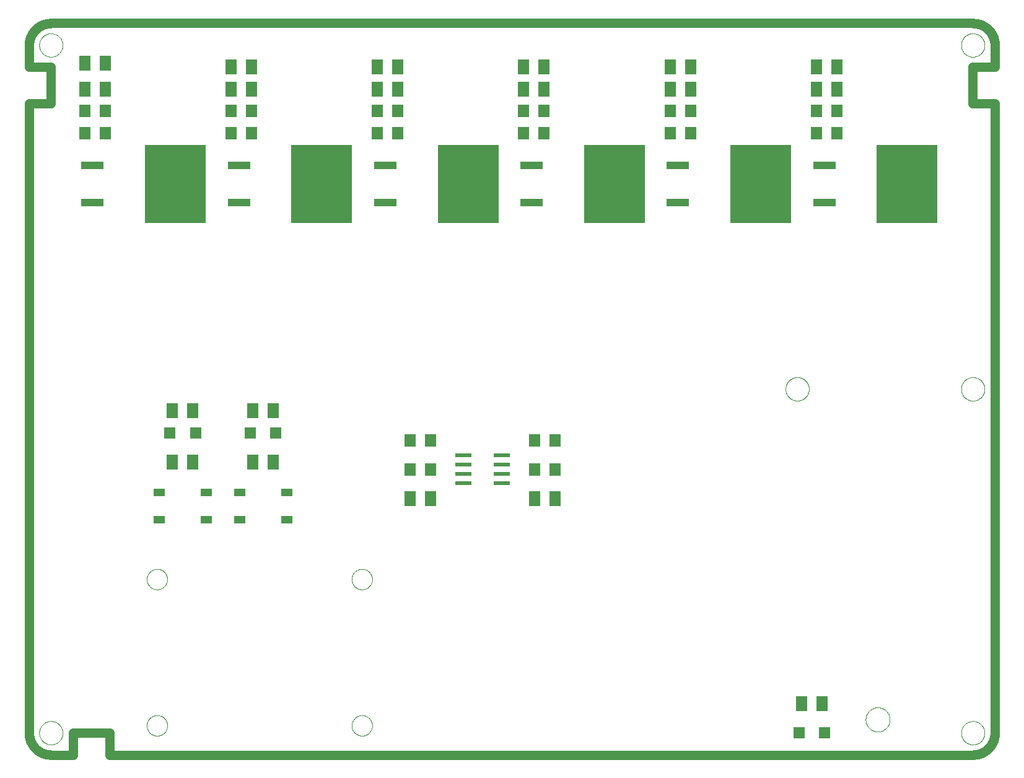
<source format=gtp>
G75*
%MOIN*%
%OFA0B0*%
%FSLAX25Y25*%
%IPPOS*%
%LPD*%
%AMOC8*
5,1,8,0,0,1.08239X$1,22.5*
%
%ADD10C,0.05000*%
%ADD11C,0.00000*%
%ADD12R,0.05906X0.05906*%
%ADD13R,0.06299X0.07874*%
%ADD14R,0.06299X0.03937*%
%ADD15R,0.32992X0.41969*%
%ADD16R,0.12008X0.04000*%
%ADD17R,0.06299X0.07087*%
%ADD18R,0.08661X0.02362*%
D10*
X0006738Y0015563D02*
X0006738Y0354146D01*
X0018549Y0354146D01*
X0018549Y0373831D01*
X0006738Y0373831D01*
X0006738Y0385642D01*
X0006741Y0385927D01*
X0006752Y0386213D01*
X0006769Y0386498D01*
X0006793Y0386782D01*
X0006824Y0387066D01*
X0006862Y0387349D01*
X0006907Y0387630D01*
X0006958Y0387911D01*
X0007016Y0388191D01*
X0007081Y0388469D01*
X0007153Y0388745D01*
X0007231Y0389019D01*
X0007316Y0389292D01*
X0007408Y0389562D01*
X0007506Y0389830D01*
X0007610Y0390096D01*
X0007721Y0390359D01*
X0007838Y0390619D01*
X0007961Y0390877D01*
X0008091Y0391131D01*
X0008227Y0391382D01*
X0008368Y0391630D01*
X0008516Y0391874D01*
X0008669Y0392115D01*
X0008829Y0392351D01*
X0008994Y0392584D01*
X0009164Y0392813D01*
X0009340Y0393038D01*
X0009522Y0393258D01*
X0009708Y0393474D01*
X0009900Y0393685D01*
X0010097Y0393892D01*
X0010299Y0394094D01*
X0010506Y0394291D01*
X0010717Y0394483D01*
X0010933Y0394669D01*
X0011153Y0394851D01*
X0011378Y0395027D01*
X0011607Y0395197D01*
X0011840Y0395362D01*
X0012076Y0395522D01*
X0012317Y0395675D01*
X0012561Y0395823D01*
X0012809Y0395964D01*
X0013060Y0396100D01*
X0013314Y0396230D01*
X0013572Y0396353D01*
X0013832Y0396470D01*
X0014095Y0396581D01*
X0014361Y0396685D01*
X0014629Y0396783D01*
X0014899Y0396875D01*
X0015172Y0396960D01*
X0015446Y0397038D01*
X0015722Y0397110D01*
X0016000Y0397175D01*
X0016280Y0397233D01*
X0016561Y0397284D01*
X0016842Y0397329D01*
X0017125Y0397367D01*
X0017409Y0397398D01*
X0017693Y0397422D01*
X0017978Y0397439D01*
X0018264Y0397450D01*
X0018549Y0397453D01*
X0514612Y0397453D01*
X0514897Y0397450D01*
X0515183Y0397439D01*
X0515468Y0397422D01*
X0515752Y0397398D01*
X0516036Y0397367D01*
X0516319Y0397329D01*
X0516600Y0397284D01*
X0516881Y0397233D01*
X0517161Y0397175D01*
X0517439Y0397110D01*
X0517715Y0397038D01*
X0517989Y0396960D01*
X0518262Y0396875D01*
X0518532Y0396783D01*
X0518800Y0396685D01*
X0519066Y0396581D01*
X0519329Y0396470D01*
X0519589Y0396353D01*
X0519847Y0396230D01*
X0520101Y0396100D01*
X0520352Y0395964D01*
X0520600Y0395823D01*
X0520844Y0395675D01*
X0521085Y0395522D01*
X0521321Y0395362D01*
X0521554Y0395197D01*
X0521783Y0395027D01*
X0522008Y0394851D01*
X0522228Y0394669D01*
X0522444Y0394483D01*
X0522655Y0394291D01*
X0522862Y0394094D01*
X0523064Y0393892D01*
X0523261Y0393685D01*
X0523453Y0393474D01*
X0523639Y0393258D01*
X0523821Y0393038D01*
X0523997Y0392813D01*
X0524167Y0392584D01*
X0524332Y0392351D01*
X0524492Y0392115D01*
X0524645Y0391874D01*
X0524793Y0391630D01*
X0524934Y0391382D01*
X0525070Y0391131D01*
X0525200Y0390877D01*
X0525323Y0390619D01*
X0525440Y0390359D01*
X0525551Y0390096D01*
X0525655Y0389830D01*
X0525753Y0389562D01*
X0525845Y0389292D01*
X0525930Y0389019D01*
X0526008Y0388745D01*
X0526080Y0388469D01*
X0526145Y0388191D01*
X0526203Y0387911D01*
X0526254Y0387630D01*
X0526299Y0387349D01*
X0526337Y0387066D01*
X0526368Y0386782D01*
X0526392Y0386498D01*
X0526409Y0386213D01*
X0526420Y0385927D01*
X0526423Y0385642D01*
X0526423Y0373831D01*
X0514612Y0373831D01*
X0514612Y0354146D01*
X0526423Y0354146D01*
X0526423Y0015563D01*
X0526420Y0015278D01*
X0526409Y0014992D01*
X0526392Y0014707D01*
X0526368Y0014423D01*
X0526337Y0014139D01*
X0526299Y0013856D01*
X0526254Y0013575D01*
X0526203Y0013294D01*
X0526145Y0013014D01*
X0526080Y0012736D01*
X0526008Y0012460D01*
X0525930Y0012186D01*
X0525845Y0011913D01*
X0525753Y0011643D01*
X0525655Y0011375D01*
X0525551Y0011109D01*
X0525440Y0010846D01*
X0525323Y0010586D01*
X0525200Y0010328D01*
X0525070Y0010074D01*
X0524934Y0009823D01*
X0524793Y0009575D01*
X0524645Y0009331D01*
X0524492Y0009090D01*
X0524332Y0008854D01*
X0524167Y0008621D01*
X0523997Y0008392D01*
X0523821Y0008167D01*
X0523639Y0007947D01*
X0523453Y0007731D01*
X0523261Y0007520D01*
X0523064Y0007313D01*
X0522862Y0007111D01*
X0522655Y0006914D01*
X0522444Y0006722D01*
X0522228Y0006536D01*
X0522008Y0006354D01*
X0521783Y0006178D01*
X0521554Y0006008D01*
X0521321Y0005843D01*
X0521085Y0005683D01*
X0520844Y0005530D01*
X0520600Y0005382D01*
X0520352Y0005241D01*
X0520101Y0005105D01*
X0519847Y0004975D01*
X0519589Y0004852D01*
X0519329Y0004735D01*
X0519066Y0004624D01*
X0518800Y0004520D01*
X0518532Y0004422D01*
X0518262Y0004330D01*
X0517989Y0004245D01*
X0517715Y0004167D01*
X0517439Y0004095D01*
X0517161Y0004030D01*
X0516881Y0003972D01*
X0516600Y0003921D01*
X0516319Y0003876D01*
X0516036Y0003838D01*
X0515752Y0003807D01*
X0515468Y0003783D01*
X0515183Y0003766D01*
X0514897Y0003755D01*
X0514612Y0003752D01*
X0050045Y0003752D01*
X0050045Y0015563D01*
X0030360Y0015563D01*
X0030360Y0003752D01*
X0018549Y0003752D01*
X0018264Y0003755D01*
X0017978Y0003766D01*
X0017693Y0003783D01*
X0017409Y0003807D01*
X0017125Y0003838D01*
X0016842Y0003876D01*
X0016561Y0003921D01*
X0016280Y0003972D01*
X0016000Y0004030D01*
X0015722Y0004095D01*
X0015446Y0004167D01*
X0015172Y0004245D01*
X0014899Y0004330D01*
X0014629Y0004422D01*
X0014361Y0004520D01*
X0014095Y0004624D01*
X0013832Y0004735D01*
X0013572Y0004852D01*
X0013314Y0004975D01*
X0013060Y0005105D01*
X0012809Y0005241D01*
X0012561Y0005382D01*
X0012317Y0005530D01*
X0012076Y0005683D01*
X0011840Y0005843D01*
X0011607Y0006008D01*
X0011378Y0006178D01*
X0011153Y0006354D01*
X0010933Y0006536D01*
X0010717Y0006722D01*
X0010506Y0006914D01*
X0010299Y0007111D01*
X0010097Y0007313D01*
X0009900Y0007520D01*
X0009708Y0007731D01*
X0009522Y0007947D01*
X0009340Y0008167D01*
X0009164Y0008392D01*
X0008994Y0008621D01*
X0008829Y0008854D01*
X0008669Y0009090D01*
X0008516Y0009331D01*
X0008368Y0009575D01*
X0008227Y0009823D01*
X0008091Y0010074D01*
X0007961Y0010328D01*
X0007838Y0010586D01*
X0007721Y0010846D01*
X0007610Y0011109D01*
X0007506Y0011375D01*
X0007408Y0011643D01*
X0007316Y0011913D01*
X0007231Y0012186D01*
X0007153Y0012460D01*
X0007081Y0012736D01*
X0007016Y0013014D01*
X0006958Y0013294D01*
X0006907Y0013575D01*
X0006862Y0013856D01*
X0006824Y0014139D01*
X0006793Y0014423D01*
X0006769Y0014707D01*
X0006752Y0014992D01*
X0006741Y0015278D01*
X0006738Y0015563D01*
D11*
X0012250Y0015563D02*
X0012252Y0015721D01*
X0012258Y0015879D01*
X0012268Y0016037D01*
X0012282Y0016195D01*
X0012300Y0016352D01*
X0012321Y0016509D01*
X0012347Y0016665D01*
X0012377Y0016821D01*
X0012410Y0016976D01*
X0012448Y0017129D01*
X0012489Y0017282D01*
X0012534Y0017434D01*
X0012583Y0017585D01*
X0012636Y0017734D01*
X0012692Y0017882D01*
X0012752Y0018028D01*
X0012816Y0018173D01*
X0012884Y0018316D01*
X0012955Y0018458D01*
X0013029Y0018598D01*
X0013107Y0018735D01*
X0013189Y0018871D01*
X0013273Y0019005D01*
X0013362Y0019136D01*
X0013453Y0019265D01*
X0013548Y0019392D01*
X0013645Y0019517D01*
X0013746Y0019639D01*
X0013850Y0019758D01*
X0013957Y0019875D01*
X0014067Y0019989D01*
X0014180Y0020100D01*
X0014295Y0020209D01*
X0014413Y0020314D01*
X0014534Y0020416D01*
X0014657Y0020516D01*
X0014783Y0020612D01*
X0014911Y0020705D01*
X0015041Y0020795D01*
X0015174Y0020881D01*
X0015309Y0020965D01*
X0015445Y0021044D01*
X0015584Y0021121D01*
X0015725Y0021193D01*
X0015867Y0021263D01*
X0016011Y0021328D01*
X0016157Y0021390D01*
X0016304Y0021448D01*
X0016453Y0021503D01*
X0016603Y0021554D01*
X0016754Y0021601D01*
X0016906Y0021644D01*
X0017059Y0021683D01*
X0017214Y0021719D01*
X0017369Y0021750D01*
X0017525Y0021778D01*
X0017681Y0021802D01*
X0017838Y0021822D01*
X0017996Y0021838D01*
X0018153Y0021850D01*
X0018312Y0021858D01*
X0018470Y0021862D01*
X0018628Y0021862D01*
X0018786Y0021858D01*
X0018945Y0021850D01*
X0019102Y0021838D01*
X0019260Y0021822D01*
X0019417Y0021802D01*
X0019573Y0021778D01*
X0019729Y0021750D01*
X0019884Y0021719D01*
X0020039Y0021683D01*
X0020192Y0021644D01*
X0020344Y0021601D01*
X0020495Y0021554D01*
X0020645Y0021503D01*
X0020794Y0021448D01*
X0020941Y0021390D01*
X0021087Y0021328D01*
X0021231Y0021263D01*
X0021373Y0021193D01*
X0021514Y0021121D01*
X0021653Y0021044D01*
X0021789Y0020965D01*
X0021924Y0020881D01*
X0022057Y0020795D01*
X0022187Y0020705D01*
X0022315Y0020612D01*
X0022441Y0020516D01*
X0022564Y0020416D01*
X0022685Y0020314D01*
X0022803Y0020209D01*
X0022918Y0020100D01*
X0023031Y0019989D01*
X0023141Y0019875D01*
X0023248Y0019758D01*
X0023352Y0019639D01*
X0023453Y0019517D01*
X0023550Y0019392D01*
X0023645Y0019265D01*
X0023736Y0019136D01*
X0023825Y0019005D01*
X0023909Y0018871D01*
X0023991Y0018735D01*
X0024069Y0018598D01*
X0024143Y0018458D01*
X0024214Y0018316D01*
X0024282Y0018173D01*
X0024346Y0018028D01*
X0024406Y0017882D01*
X0024462Y0017734D01*
X0024515Y0017585D01*
X0024564Y0017434D01*
X0024609Y0017282D01*
X0024650Y0017129D01*
X0024688Y0016976D01*
X0024721Y0016821D01*
X0024751Y0016665D01*
X0024777Y0016509D01*
X0024798Y0016352D01*
X0024816Y0016195D01*
X0024830Y0016037D01*
X0024840Y0015879D01*
X0024846Y0015721D01*
X0024848Y0015563D01*
X0024846Y0015405D01*
X0024840Y0015247D01*
X0024830Y0015089D01*
X0024816Y0014931D01*
X0024798Y0014774D01*
X0024777Y0014617D01*
X0024751Y0014461D01*
X0024721Y0014305D01*
X0024688Y0014150D01*
X0024650Y0013997D01*
X0024609Y0013844D01*
X0024564Y0013692D01*
X0024515Y0013541D01*
X0024462Y0013392D01*
X0024406Y0013244D01*
X0024346Y0013098D01*
X0024282Y0012953D01*
X0024214Y0012810D01*
X0024143Y0012668D01*
X0024069Y0012528D01*
X0023991Y0012391D01*
X0023909Y0012255D01*
X0023825Y0012121D01*
X0023736Y0011990D01*
X0023645Y0011861D01*
X0023550Y0011734D01*
X0023453Y0011609D01*
X0023352Y0011487D01*
X0023248Y0011368D01*
X0023141Y0011251D01*
X0023031Y0011137D01*
X0022918Y0011026D01*
X0022803Y0010917D01*
X0022685Y0010812D01*
X0022564Y0010710D01*
X0022441Y0010610D01*
X0022315Y0010514D01*
X0022187Y0010421D01*
X0022057Y0010331D01*
X0021924Y0010245D01*
X0021789Y0010161D01*
X0021653Y0010082D01*
X0021514Y0010005D01*
X0021373Y0009933D01*
X0021231Y0009863D01*
X0021087Y0009798D01*
X0020941Y0009736D01*
X0020794Y0009678D01*
X0020645Y0009623D01*
X0020495Y0009572D01*
X0020344Y0009525D01*
X0020192Y0009482D01*
X0020039Y0009443D01*
X0019884Y0009407D01*
X0019729Y0009376D01*
X0019573Y0009348D01*
X0019417Y0009324D01*
X0019260Y0009304D01*
X0019102Y0009288D01*
X0018945Y0009276D01*
X0018786Y0009268D01*
X0018628Y0009264D01*
X0018470Y0009264D01*
X0018312Y0009268D01*
X0018153Y0009276D01*
X0017996Y0009288D01*
X0017838Y0009304D01*
X0017681Y0009324D01*
X0017525Y0009348D01*
X0017369Y0009376D01*
X0017214Y0009407D01*
X0017059Y0009443D01*
X0016906Y0009482D01*
X0016754Y0009525D01*
X0016603Y0009572D01*
X0016453Y0009623D01*
X0016304Y0009678D01*
X0016157Y0009736D01*
X0016011Y0009798D01*
X0015867Y0009863D01*
X0015725Y0009933D01*
X0015584Y0010005D01*
X0015445Y0010082D01*
X0015309Y0010161D01*
X0015174Y0010245D01*
X0015041Y0010331D01*
X0014911Y0010421D01*
X0014783Y0010514D01*
X0014657Y0010610D01*
X0014534Y0010710D01*
X0014413Y0010812D01*
X0014295Y0010917D01*
X0014180Y0011026D01*
X0014067Y0011137D01*
X0013957Y0011251D01*
X0013850Y0011368D01*
X0013746Y0011487D01*
X0013645Y0011609D01*
X0013548Y0011734D01*
X0013453Y0011861D01*
X0013362Y0011990D01*
X0013273Y0012121D01*
X0013189Y0012255D01*
X0013107Y0012391D01*
X0013029Y0012528D01*
X0012955Y0012668D01*
X0012884Y0012810D01*
X0012816Y0012953D01*
X0012752Y0013098D01*
X0012692Y0013244D01*
X0012636Y0013392D01*
X0012583Y0013541D01*
X0012534Y0013692D01*
X0012489Y0013844D01*
X0012448Y0013997D01*
X0012410Y0014150D01*
X0012377Y0014305D01*
X0012347Y0014461D01*
X0012321Y0014617D01*
X0012300Y0014774D01*
X0012282Y0014931D01*
X0012268Y0015089D01*
X0012258Y0015247D01*
X0012252Y0015405D01*
X0012250Y0015563D01*
X0070124Y0019500D02*
X0070126Y0019648D01*
X0070132Y0019796D01*
X0070142Y0019944D01*
X0070156Y0020091D01*
X0070174Y0020238D01*
X0070195Y0020384D01*
X0070221Y0020530D01*
X0070251Y0020675D01*
X0070284Y0020819D01*
X0070322Y0020962D01*
X0070363Y0021104D01*
X0070408Y0021245D01*
X0070456Y0021385D01*
X0070509Y0021524D01*
X0070565Y0021661D01*
X0070625Y0021796D01*
X0070688Y0021930D01*
X0070755Y0022062D01*
X0070826Y0022192D01*
X0070900Y0022320D01*
X0070977Y0022446D01*
X0071058Y0022570D01*
X0071142Y0022692D01*
X0071229Y0022811D01*
X0071320Y0022928D01*
X0071414Y0023043D01*
X0071510Y0023155D01*
X0071610Y0023265D01*
X0071712Y0023371D01*
X0071818Y0023475D01*
X0071926Y0023576D01*
X0072037Y0023674D01*
X0072150Y0023770D01*
X0072266Y0023862D01*
X0072384Y0023951D01*
X0072505Y0024036D01*
X0072628Y0024119D01*
X0072753Y0024198D01*
X0072880Y0024274D01*
X0073009Y0024346D01*
X0073140Y0024415D01*
X0073273Y0024480D01*
X0073408Y0024541D01*
X0073544Y0024599D01*
X0073681Y0024654D01*
X0073820Y0024704D01*
X0073961Y0024751D01*
X0074102Y0024794D01*
X0074245Y0024834D01*
X0074389Y0024869D01*
X0074533Y0024901D01*
X0074679Y0024928D01*
X0074825Y0024952D01*
X0074972Y0024972D01*
X0075119Y0024988D01*
X0075266Y0025000D01*
X0075414Y0025008D01*
X0075562Y0025012D01*
X0075710Y0025012D01*
X0075858Y0025008D01*
X0076006Y0025000D01*
X0076153Y0024988D01*
X0076300Y0024972D01*
X0076447Y0024952D01*
X0076593Y0024928D01*
X0076739Y0024901D01*
X0076883Y0024869D01*
X0077027Y0024834D01*
X0077170Y0024794D01*
X0077311Y0024751D01*
X0077452Y0024704D01*
X0077591Y0024654D01*
X0077728Y0024599D01*
X0077864Y0024541D01*
X0077999Y0024480D01*
X0078132Y0024415D01*
X0078263Y0024346D01*
X0078392Y0024274D01*
X0078519Y0024198D01*
X0078644Y0024119D01*
X0078767Y0024036D01*
X0078888Y0023951D01*
X0079006Y0023862D01*
X0079122Y0023770D01*
X0079235Y0023674D01*
X0079346Y0023576D01*
X0079454Y0023475D01*
X0079560Y0023371D01*
X0079662Y0023265D01*
X0079762Y0023155D01*
X0079858Y0023043D01*
X0079952Y0022928D01*
X0080043Y0022811D01*
X0080130Y0022692D01*
X0080214Y0022570D01*
X0080295Y0022446D01*
X0080372Y0022320D01*
X0080446Y0022192D01*
X0080517Y0022062D01*
X0080584Y0021930D01*
X0080647Y0021796D01*
X0080707Y0021661D01*
X0080763Y0021524D01*
X0080816Y0021385D01*
X0080864Y0021245D01*
X0080909Y0021104D01*
X0080950Y0020962D01*
X0080988Y0020819D01*
X0081021Y0020675D01*
X0081051Y0020530D01*
X0081077Y0020384D01*
X0081098Y0020238D01*
X0081116Y0020091D01*
X0081130Y0019944D01*
X0081140Y0019796D01*
X0081146Y0019648D01*
X0081148Y0019500D01*
X0081146Y0019352D01*
X0081140Y0019204D01*
X0081130Y0019056D01*
X0081116Y0018909D01*
X0081098Y0018762D01*
X0081077Y0018616D01*
X0081051Y0018470D01*
X0081021Y0018325D01*
X0080988Y0018181D01*
X0080950Y0018038D01*
X0080909Y0017896D01*
X0080864Y0017755D01*
X0080816Y0017615D01*
X0080763Y0017476D01*
X0080707Y0017339D01*
X0080647Y0017204D01*
X0080584Y0017070D01*
X0080517Y0016938D01*
X0080446Y0016808D01*
X0080372Y0016680D01*
X0080295Y0016554D01*
X0080214Y0016430D01*
X0080130Y0016308D01*
X0080043Y0016189D01*
X0079952Y0016072D01*
X0079858Y0015957D01*
X0079762Y0015845D01*
X0079662Y0015735D01*
X0079560Y0015629D01*
X0079454Y0015525D01*
X0079346Y0015424D01*
X0079235Y0015326D01*
X0079122Y0015230D01*
X0079006Y0015138D01*
X0078888Y0015049D01*
X0078767Y0014964D01*
X0078644Y0014881D01*
X0078519Y0014802D01*
X0078392Y0014726D01*
X0078263Y0014654D01*
X0078132Y0014585D01*
X0077999Y0014520D01*
X0077864Y0014459D01*
X0077728Y0014401D01*
X0077591Y0014346D01*
X0077452Y0014296D01*
X0077311Y0014249D01*
X0077170Y0014206D01*
X0077027Y0014166D01*
X0076883Y0014131D01*
X0076739Y0014099D01*
X0076593Y0014072D01*
X0076447Y0014048D01*
X0076300Y0014028D01*
X0076153Y0014012D01*
X0076006Y0014000D01*
X0075858Y0013992D01*
X0075710Y0013988D01*
X0075562Y0013988D01*
X0075414Y0013992D01*
X0075266Y0014000D01*
X0075119Y0014012D01*
X0074972Y0014028D01*
X0074825Y0014048D01*
X0074679Y0014072D01*
X0074533Y0014099D01*
X0074389Y0014131D01*
X0074245Y0014166D01*
X0074102Y0014206D01*
X0073961Y0014249D01*
X0073820Y0014296D01*
X0073681Y0014346D01*
X0073544Y0014401D01*
X0073408Y0014459D01*
X0073273Y0014520D01*
X0073140Y0014585D01*
X0073009Y0014654D01*
X0072880Y0014726D01*
X0072753Y0014802D01*
X0072628Y0014881D01*
X0072505Y0014964D01*
X0072384Y0015049D01*
X0072266Y0015138D01*
X0072150Y0015230D01*
X0072037Y0015326D01*
X0071926Y0015424D01*
X0071818Y0015525D01*
X0071712Y0015629D01*
X0071610Y0015735D01*
X0071510Y0015845D01*
X0071414Y0015957D01*
X0071320Y0016072D01*
X0071229Y0016189D01*
X0071142Y0016308D01*
X0071058Y0016430D01*
X0070977Y0016554D01*
X0070900Y0016680D01*
X0070826Y0016808D01*
X0070755Y0016938D01*
X0070688Y0017070D01*
X0070625Y0017204D01*
X0070565Y0017339D01*
X0070509Y0017476D01*
X0070456Y0017615D01*
X0070408Y0017755D01*
X0070363Y0017896D01*
X0070322Y0018038D01*
X0070284Y0018181D01*
X0070251Y0018325D01*
X0070221Y0018470D01*
X0070195Y0018616D01*
X0070174Y0018762D01*
X0070156Y0018909D01*
X0070142Y0019056D01*
X0070132Y0019204D01*
X0070126Y0019352D01*
X0070124Y0019500D01*
X0070124Y0098240D02*
X0070126Y0098388D01*
X0070132Y0098536D01*
X0070142Y0098684D01*
X0070156Y0098831D01*
X0070174Y0098978D01*
X0070195Y0099124D01*
X0070221Y0099270D01*
X0070251Y0099415D01*
X0070284Y0099559D01*
X0070322Y0099702D01*
X0070363Y0099844D01*
X0070408Y0099985D01*
X0070456Y0100125D01*
X0070509Y0100264D01*
X0070565Y0100401D01*
X0070625Y0100536D01*
X0070688Y0100670D01*
X0070755Y0100802D01*
X0070826Y0100932D01*
X0070900Y0101060D01*
X0070977Y0101186D01*
X0071058Y0101310D01*
X0071142Y0101432D01*
X0071229Y0101551D01*
X0071320Y0101668D01*
X0071414Y0101783D01*
X0071510Y0101895D01*
X0071610Y0102005D01*
X0071712Y0102111D01*
X0071818Y0102215D01*
X0071926Y0102316D01*
X0072037Y0102414D01*
X0072150Y0102510D01*
X0072266Y0102602D01*
X0072384Y0102691D01*
X0072505Y0102776D01*
X0072628Y0102859D01*
X0072753Y0102938D01*
X0072880Y0103014D01*
X0073009Y0103086D01*
X0073140Y0103155D01*
X0073273Y0103220D01*
X0073408Y0103281D01*
X0073544Y0103339D01*
X0073681Y0103394D01*
X0073820Y0103444D01*
X0073961Y0103491D01*
X0074102Y0103534D01*
X0074245Y0103574D01*
X0074389Y0103609D01*
X0074533Y0103641D01*
X0074679Y0103668D01*
X0074825Y0103692D01*
X0074972Y0103712D01*
X0075119Y0103728D01*
X0075266Y0103740D01*
X0075414Y0103748D01*
X0075562Y0103752D01*
X0075710Y0103752D01*
X0075858Y0103748D01*
X0076006Y0103740D01*
X0076153Y0103728D01*
X0076300Y0103712D01*
X0076447Y0103692D01*
X0076593Y0103668D01*
X0076739Y0103641D01*
X0076883Y0103609D01*
X0077027Y0103574D01*
X0077170Y0103534D01*
X0077311Y0103491D01*
X0077452Y0103444D01*
X0077591Y0103394D01*
X0077728Y0103339D01*
X0077864Y0103281D01*
X0077999Y0103220D01*
X0078132Y0103155D01*
X0078263Y0103086D01*
X0078392Y0103014D01*
X0078519Y0102938D01*
X0078644Y0102859D01*
X0078767Y0102776D01*
X0078888Y0102691D01*
X0079006Y0102602D01*
X0079122Y0102510D01*
X0079235Y0102414D01*
X0079346Y0102316D01*
X0079454Y0102215D01*
X0079560Y0102111D01*
X0079662Y0102005D01*
X0079762Y0101895D01*
X0079858Y0101783D01*
X0079952Y0101668D01*
X0080043Y0101551D01*
X0080130Y0101432D01*
X0080214Y0101310D01*
X0080295Y0101186D01*
X0080372Y0101060D01*
X0080446Y0100932D01*
X0080517Y0100802D01*
X0080584Y0100670D01*
X0080647Y0100536D01*
X0080707Y0100401D01*
X0080763Y0100264D01*
X0080816Y0100125D01*
X0080864Y0099985D01*
X0080909Y0099844D01*
X0080950Y0099702D01*
X0080988Y0099559D01*
X0081021Y0099415D01*
X0081051Y0099270D01*
X0081077Y0099124D01*
X0081098Y0098978D01*
X0081116Y0098831D01*
X0081130Y0098684D01*
X0081140Y0098536D01*
X0081146Y0098388D01*
X0081148Y0098240D01*
X0081146Y0098092D01*
X0081140Y0097944D01*
X0081130Y0097796D01*
X0081116Y0097649D01*
X0081098Y0097502D01*
X0081077Y0097356D01*
X0081051Y0097210D01*
X0081021Y0097065D01*
X0080988Y0096921D01*
X0080950Y0096778D01*
X0080909Y0096636D01*
X0080864Y0096495D01*
X0080816Y0096355D01*
X0080763Y0096216D01*
X0080707Y0096079D01*
X0080647Y0095944D01*
X0080584Y0095810D01*
X0080517Y0095678D01*
X0080446Y0095548D01*
X0080372Y0095420D01*
X0080295Y0095294D01*
X0080214Y0095170D01*
X0080130Y0095048D01*
X0080043Y0094929D01*
X0079952Y0094812D01*
X0079858Y0094697D01*
X0079762Y0094585D01*
X0079662Y0094475D01*
X0079560Y0094369D01*
X0079454Y0094265D01*
X0079346Y0094164D01*
X0079235Y0094066D01*
X0079122Y0093970D01*
X0079006Y0093878D01*
X0078888Y0093789D01*
X0078767Y0093704D01*
X0078644Y0093621D01*
X0078519Y0093542D01*
X0078392Y0093466D01*
X0078263Y0093394D01*
X0078132Y0093325D01*
X0077999Y0093260D01*
X0077864Y0093199D01*
X0077728Y0093141D01*
X0077591Y0093086D01*
X0077452Y0093036D01*
X0077311Y0092989D01*
X0077170Y0092946D01*
X0077027Y0092906D01*
X0076883Y0092871D01*
X0076739Y0092839D01*
X0076593Y0092812D01*
X0076447Y0092788D01*
X0076300Y0092768D01*
X0076153Y0092752D01*
X0076006Y0092740D01*
X0075858Y0092732D01*
X0075710Y0092728D01*
X0075562Y0092728D01*
X0075414Y0092732D01*
X0075266Y0092740D01*
X0075119Y0092752D01*
X0074972Y0092768D01*
X0074825Y0092788D01*
X0074679Y0092812D01*
X0074533Y0092839D01*
X0074389Y0092871D01*
X0074245Y0092906D01*
X0074102Y0092946D01*
X0073961Y0092989D01*
X0073820Y0093036D01*
X0073681Y0093086D01*
X0073544Y0093141D01*
X0073408Y0093199D01*
X0073273Y0093260D01*
X0073140Y0093325D01*
X0073009Y0093394D01*
X0072880Y0093466D01*
X0072753Y0093542D01*
X0072628Y0093621D01*
X0072505Y0093704D01*
X0072384Y0093789D01*
X0072266Y0093878D01*
X0072150Y0093970D01*
X0072037Y0094066D01*
X0071926Y0094164D01*
X0071818Y0094265D01*
X0071712Y0094369D01*
X0071610Y0094475D01*
X0071510Y0094585D01*
X0071414Y0094697D01*
X0071320Y0094812D01*
X0071229Y0094929D01*
X0071142Y0095048D01*
X0071058Y0095170D01*
X0070977Y0095294D01*
X0070900Y0095420D01*
X0070826Y0095548D01*
X0070755Y0095678D01*
X0070688Y0095810D01*
X0070625Y0095944D01*
X0070565Y0096079D01*
X0070509Y0096216D01*
X0070456Y0096355D01*
X0070408Y0096495D01*
X0070363Y0096636D01*
X0070322Y0096778D01*
X0070284Y0096921D01*
X0070251Y0097065D01*
X0070221Y0097210D01*
X0070195Y0097356D01*
X0070174Y0097502D01*
X0070156Y0097649D01*
X0070142Y0097796D01*
X0070132Y0097944D01*
X0070126Y0098092D01*
X0070124Y0098240D01*
X0180360Y0098240D02*
X0180362Y0098388D01*
X0180368Y0098536D01*
X0180378Y0098684D01*
X0180392Y0098831D01*
X0180410Y0098978D01*
X0180431Y0099124D01*
X0180457Y0099270D01*
X0180487Y0099415D01*
X0180520Y0099559D01*
X0180558Y0099702D01*
X0180599Y0099844D01*
X0180644Y0099985D01*
X0180692Y0100125D01*
X0180745Y0100264D01*
X0180801Y0100401D01*
X0180861Y0100536D01*
X0180924Y0100670D01*
X0180991Y0100802D01*
X0181062Y0100932D01*
X0181136Y0101060D01*
X0181213Y0101186D01*
X0181294Y0101310D01*
X0181378Y0101432D01*
X0181465Y0101551D01*
X0181556Y0101668D01*
X0181650Y0101783D01*
X0181746Y0101895D01*
X0181846Y0102005D01*
X0181948Y0102111D01*
X0182054Y0102215D01*
X0182162Y0102316D01*
X0182273Y0102414D01*
X0182386Y0102510D01*
X0182502Y0102602D01*
X0182620Y0102691D01*
X0182741Y0102776D01*
X0182864Y0102859D01*
X0182989Y0102938D01*
X0183116Y0103014D01*
X0183245Y0103086D01*
X0183376Y0103155D01*
X0183509Y0103220D01*
X0183644Y0103281D01*
X0183780Y0103339D01*
X0183917Y0103394D01*
X0184056Y0103444D01*
X0184197Y0103491D01*
X0184338Y0103534D01*
X0184481Y0103574D01*
X0184625Y0103609D01*
X0184769Y0103641D01*
X0184915Y0103668D01*
X0185061Y0103692D01*
X0185208Y0103712D01*
X0185355Y0103728D01*
X0185502Y0103740D01*
X0185650Y0103748D01*
X0185798Y0103752D01*
X0185946Y0103752D01*
X0186094Y0103748D01*
X0186242Y0103740D01*
X0186389Y0103728D01*
X0186536Y0103712D01*
X0186683Y0103692D01*
X0186829Y0103668D01*
X0186975Y0103641D01*
X0187119Y0103609D01*
X0187263Y0103574D01*
X0187406Y0103534D01*
X0187547Y0103491D01*
X0187688Y0103444D01*
X0187827Y0103394D01*
X0187964Y0103339D01*
X0188100Y0103281D01*
X0188235Y0103220D01*
X0188368Y0103155D01*
X0188499Y0103086D01*
X0188628Y0103014D01*
X0188755Y0102938D01*
X0188880Y0102859D01*
X0189003Y0102776D01*
X0189124Y0102691D01*
X0189242Y0102602D01*
X0189358Y0102510D01*
X0189471Y0102414D01*
X0189582Y0102316D01*
X0189690Y0102215D01*
X0189796Y0102111D01*
X0189898Y0102005D01*
X0189998Y0101895D01*
X0190094Y0101783D01*
X0190188Y0101668D01*
X0190279Y0101551D01*
X0190366Y0101432D01*
X0190450Y0101310D01*
X0190531Y0101186D01*
X0190608Y0101060D01*
X0190682Y0100932D01*
X0190753Y0100802D01*
X0190820Y0100670D01*
X0190883Y0100536D01*
X0190943Y0100401D01*
X0190999Y0100264D01*
X0191052Y0100125D01*
X0191100Y0099985D01*
X0191145Y0099844D01*
X0191186Y0099702D01*
X0191224Y0099559D01*
X0191257Y0099415D01*
X0191287Y0099270D01*
X0191313Y0099124D01*
X0191334Y0098978D01*
X0191352Y0098831D01*
X0191366Y0098684D01*
X0191376Y0098536D01*
X0191382Y0098388D01*
X0191384Y0098240D01*
X0191382Y0098092D01*
X0191376Y0097944D01*
X0191366Y0097796D01*
X0191352Y0097649D01*
X0191334Y0097502D01*
X0191313Y0097356D01*
X0191287Y0097210D01*
X0191257Y0097065D01*
X0191224Y0096921D01*
X0191186Y0096778D01*
X0191145Y0096636D01*
X0191100Y0096495D01*
X0191052Y0096355D01*
X0190999Y0096216D01*
X0190943Y0096079D01*
X0190883Y0095944D01*
X0190820Y0095810D01*
X0190753Y0095678D01*
X0190682Y0095548D01*
X0190608Y0095420D01*
X0190531Y0095294D01*
X0190450Y0095170D01*
X0190366Y0095048D01*
X0190279Y0094929D01*
X0190188Y0094812D01*
X0190094Y0094697D01*
X0189998Y0094585D01*
X0189898Y0094475D01*
X0189796Y0094369D01*
X0189690Y0094265D01*
X0189582Y0094164D01*
X0189471Y0094066D01*
X0189358Y0093970D01*
X0189242Y0093878D01*
X0189124Y0093789D01*
X0189003Y0093704D01*
X0188880Y0093621D01*
X0188755Y0093542D01*
X0188628Y0093466D01*
X0188499Y0093394D01*
X0188368Y0093325D01*
X0188235Y0093260D01*
X0188100Y0093199D01*
X0187964Y0093141D01*
X0187827Y0093086D01*
X0187688Y0093036D01*
X0187547Y0092989D01*
X0187406Y0092946D01*
X0187263Y0092906D01*
X0187119Y0092871D01*
X0186975Y0092839D01*
X0186829Y0092812D01*
X0186683Y0092788D01*
X0186536Y0092768D01*
X0186389Y0092752D01*
X0186242Y0092740D01*
X0186094Y0092732D01*
X0185946Y0092728D01*
X0185798Y0092728D01*
X0185650Y0092732D01*
X0185502Y0092740D01*
X0185355Y0092752D01*
X0185208Y0092768D01*
X0185061Y0092788D01*
X0184915Y0092812D01*
X0184769Y0092839D01*
X0184625Y0092871D01*
X0184481Y0092906D01*
X0184338Y0092946D01*
X0184197Y0092989D01*
X0184056Y0093036D01*
X0183917Y0093086D01*
X0183780Y0093141D01*
X0183644Y0093199D01*
X0183509Y0093260D01*
X0183376Y0093325D01*
X0183245Y0093394D01*
X0183116Y0093466D01*
X0182989Y0093542D01*
X0182864Y0093621D01*
X0182741Y0093704D01*
X0182620Y0093789D01*
X0182502Y0093878D01*
X0182386Y0093970D01*
X0182273Y0094066D01*
X0182162Y0094164D01*
X0182054Y0094265D01*
X0181948Y0094369D01*
X0181846Y0094475D01*
X0181746Y0094585D01*
X0181650Y0094697D01*
X0181556Y0094812D01*
X0181465Y0094929D01*
X0181378Y0095048D01*
X0181294Y0095170D01*
X0181213Y0095294D01*
X0181136Y0095420D01*
X0181062Y0095548D01*
X0180991Y0095678D01*
X0180924Y0095810D01*
X0180861Y0095944D01*
X0180801Y0096079D01*
X0180745Y0096216D01*
X0180692Y0096355D01*
X0180644Y0096495D01*
X0180599Y0096636D01*
X0180558Y0096778D01*
X0180520Y0096921D01*
X0180487Y0097065D01*
X0180457Y0097210D01*
X0180431Y0097356D01*
X0180410Y0097502D01*
X0180392Y0097649D01*
X0180378Y0097796D01*
X0180368Y0097944D01*
X0180362Y0098092D01*
X0180360Y0098240D01*
X0180360Y0019500D02*
X0180362Y0019648D01*
X0180368Y0019796D01*
X0180378Y0019944D01*
X0180392Y0020091D01*
X0180410Y0020238D01*
X0180431Y0020384D01*
X0180457Y0020530D01*
X0180487Y0020675D01*
X0180520Y0020819D01*
X0180558Y0020962D01*
X0180599Y0021104D01*
X0180644Y0021245D01*
X0180692Y0021385D01*
X0180745Y0021524D01*
X0180801Y0021661D01*
X0180861Y0021796D01*
X0180924Y0021930D01*
X0180991Y0022062D01*
X0181062Y0022192D01*
X0181136Y0022320D01*
X0181213Y0022446D01*
X0181294Y0022570D01*
X0181378Y0022692D01*
X0181465Y0022811D01*
X0181556Y0022928D01*
X0181650Y0023043D01*
X0181746Y0023155D01*
X0181846Y0023265D01*
X0181948Y0023371D01*
X0182054Y0023475D01*
X0182162Y0023576D01*
X0182273Y0023674D01*
X0182386Y0023770D01*
X0182502Y0023862D01*
X0182620Y0023951D01*
X0182741Y0024036D01*
X0182864Y0024119D01*
X0182989Y0024198D01*
X0183116Y0024274D01*
X0183245Y0024346D01*
X0183376Y0024415D01*
X0183509Y0024480D01*
X0183644Y0024541D01*
X0183780Y0024599D01*
X0183917Y0024654D01*
X0184056Y0024704D01*
X0184197Y0024751D01*
X0184338Y0024794D01*
X0184481Y0024834D01*
X0184625Y0024869D01*
X0184769Y0024901D01*
X0184915Y0024928D01*
X0185061Y0024952D01*
X0185208Y0024972D01*
X0185355Y0024988D01*
X0185502Y0025000D01*
X0185650Y0025008D01*
X0185798Y0025012D01*
X0185946Y0025012D01*
X0186094Y0025008D01*
X0186242Y0025000D01*
X0186389Y0024988D01*
X0186536Y0024972D01*
X0186683Y0024952D01*
X0186829Y0024928D01*
X0186975Y0024901D01*
X0187119Y0024869D01*
X0187263Y0024834D01*
X0187406Y0024794D01*
X0187547Y0024751D01*
X0187688Y0024704D01*
X0187827Y0024654D01*
X0187964Y0024599D01*
X0188100Y0024541D01*
X0188235Y0024480D01*
X0188368Y0024415D01*
X0188499Y0024346D01*
X0188628Y0024274D01*
X0188755Y0024198D01*
X0188880Y0024119D01*
X0189003Y0024036D01*
X0189124Y0023951D01*
X0189242Y0023862D01*
X0189358Y0023770D01*
X0189471Y0023674D01*
X0189582Y0023576D01*
X0189690Y0023475D01*
X0189796Y0023371D01*
X0189898Y0023265D01*
X0189998Y0023155D01*
X0190094Y0023043D01*
X0190188Y0022928D01*
X0190279Y0022811D01*
X0190366Y0022692D01*
X0190450Y0022570D01*
X0190531Y0022446D01*
X0190608Y0022320D01*
X0190682Y0022192D01*
X0190753Y0022062D01*
X0190820Y0021930D01*
X0190883Y0021796D01*
X0190943Y0021661D01*
X0190999Y0021524D01*
X0191052Y0021385D01*
X0191100Y0021245D01*
X0191145Y0021104D01*
X0191186Y0020962D01*
X0191224Y0020819D01*
X0191257Y0020675D01*
X0191287Y0020530D01*
X0191313Y0020384D01*
X0191334Y0020238D01*
X0191352Y0020091D01*
X0191366Y0019944D01*
X0191376Y0019796D01*
X0191382Y0019648D01*
X0191384Y0019500D01*
X0191382Y0019352D01*
X0191376Y0019204D01*
X0191366Y0019056D01*
X0191352Y0018909D01*
X0191334Y0018762D01*
X0191313Y0018616D01*
X0191287Y0018470D01*
X0191257Y0018325D01*
X0191224Y0018181D01*
X0191186Y0018038D01*
X0191145Y0017896D01*
X0191100Y0017755D01*
X0191052Y0017615D01*
X0190999Y0017476D01*
X0190943Y0017339D01*
X0190883Y0017204D01*
X0190820Y0017070D01*
X0190753Y0016938D01*
X0190682Y0016808D01*
X0190608Y0016680D01*
X0190531Y0016554D01*
X0190450Y0016430D01*
X0190366Y0016308D01*
X0190279Y0016189D01*
X0190188Y0016072D01*
X0190094Y0015957D01*
X0189998Y0015845D01*
X0189898Y0015735D01*
X0189796Y0015629D01*
X0189690Y0015525D01*
X0189582Y0015424D01*
X0189471Y0015326D01*
X0189358Y0015230D01*
X0189242Y0015138D01*
X0189124Y0015049D01*
X0189003Y0014964D01*
X0188880Y0014881D01*
X0188755Y0014802D01*
X0188628Y0014726D01*
X0188499Y0014654D01*
X0188368Y0014585D01*
X0188235Y0014520D01*
X0188100Y0014459D01*
X0187964Y0014401D01*
X0187827Y0014346D01*
X0187688Y0014296D01*
X0187547Y0014249D01*
X0187406Y0014206D01*
X0187263Y0014166D01*
X0187119Y0014131D01*
X0186975Y0014099D01*
X0186829Y0014072D01*
X0186683Y0014048D01*
X0186536Y0014028D01*
X0186389Y0014012D01*
X0186242Y0014000D01*
X0186094Y0013992D01*
X0185946Y0013988D01*
X0185798Y0013988D01*
X0185650Y0013992D01*
X0185502Y0014000D01*
X0185355Y0014012D01*
X0185208Y0014028D01*
X0185061Y0014048D01*
X0184915Y0014072D01*
X0184769Y0014099D01*
X0184625Y0014131D01*
X0184481Y0014166D01*
X0184338Y0014206D01*
X0184197Y0014249D01*
X0184056Y0014296D01*
X0183917Y0014346D01*
X0183780Y0014401D01*
X0183644Y0014459D01*
X0183509Y0014520D01*
X0183376Y0014585D01*
X0183245Y0014654D01*
X0183116Y0014726D01*
X0182989Y0014802D01*
X0182864Y0014881D01*
X0182741Y0014964D01*
X0182620Y0015049D01*
X0182502Y0015138D01*
X0182386Y0015230D01*
X0182273Y0015326D01*
X0182162Y0015424D01*
X0182054Y0015525D01*
X0181948Y0015629D01*
X0181846Y0015735D01*
X0181746Y0015845D01*
X0181650Y0015957D01*
X0181556Y0016072D01*
X0181465Y0016189D01*
X0181378Y0016308D01*
X0181294Y0016430D01*
X0181213Y0016554D01*
X0181136Y0016680D01*
X0181062Y0016808D01*
X0180991Y0016938D01*
X0180924Y0017070D01*
X0180861Y0017204D01*
X0180801Y0017339D01*
X0180745Y0017476D01*
X0180692Y0017615D01*
X0180644Y0017755D01*
X0180599Y0017896D01*
X0180558Y0018038D01*
X0180520Y0018181D01*
X0180487Y0018325D01*
X0180457Y0018470D01*
X0180431Y0018616D01*
X0180410Y0018762D01*
X0180392Y0018909D01*
X0180378Y0019056D01*
X0180368Y0019204D01*
X0180362Y0019352D01*
X0180360Y0019500D01*
X0413825Y0200602D02*
X0413827Y0200760D01*
X0413833Y0200918D01*
X0413843Y0201076D01*
X0413857Y0201234D01*
X0413875Y0201391D01*
X0413896Y0201548D01*
X0413922Y0201704D01*
X0413952Y0201860D01*
X0413985Y0202015D01*
X0414023Y0202168D01*
X0414064Y0202321D01*
X0414109Y0202473D01*
X0414158Y0202624D01*
X0414211Y0202773D01*
X0414267Y0202921D01*
X0414327Y0203067D01*
X0414391Y0203212D01*
X0414459Y0203355D01*
X0414530Y0203497D01*
X0414604Y0203637D01*
X0414682Y0203774D01*
X0414764Y0203910D01*
X0414848Y0204044D01*
X0414937Y0204175D01*
X0415028Y0204304D01*
X0415123Y0204431D01*
X0415220Y0204556D01*
X0415321Y0204678D01*
X0415425Y0204797D01*
X0415532Y0204914D01*
X0415642Y0205028D01*
X0415755Y0205139D01*
X0415870Y0205248D01*
X0415988Y0205353D01*
X0416109Y0205455D01*
X0416232Y0205555D01*
X0416358Y0205651D01*
X0416486Y0205744D01*
X0416616Y0205834D01*
X0416749Y0205920D01*
X0416884Y0206004D01*
X0417020Y0206083D01*
X0417159Y0206160D01*
X0417300Y0206232D01*
X0417442Y0206302D01*
X0417586Y0206367D01*
X0417732Y0206429D01*
X0417879Y0206487D01*
X0418028Y0206542D01*
X0418178Y0206593D01*
X0418329Y0206640D01*
X0418481Y0206683D01*
X0418634Y0206722D01*
X0418789Y0206758D01*
X0418944Y0206789D01*
X0419100Y0206817D01*
X0419256Y0206841D01*
X0419413Y0206861D01*
X0419571Y0206877D01*
X0419728Y0206889D01*
X0419887Y0206897D01*
X0420045Y0206901D01*
X0420203Y0206901D01*
X0420361Y0206897D01*
X0420520Y0206889D01*
X0420677Y0206877D01*
X0420835Y0206861D01*
X0420992Y0206841D01*
X0421148Y0206817D01*
X0421304Y0206789D01*
X0421459Y0206758D01*
X0421614Y0206722D01*
X0421767Y0206683D01*
X0421919Y0206640D01*
X0422070Y0206593D01*
X0422220Y0206542D01*
X0422369Y0206487D01*
X0422516Y0206429D01*
X0422662Y0206367D01*
X0422806Y0206302D01*
X0422948Y0206232D01*
X0423089Y0206160D01*
X0423228Y0206083D01*
X0423364Y0206004D01*
X0423499Y0205920D01*
X0423632Y0205834D01*
X0423762Y0205744D01*
X0423890Y0205651D01*
X0424016Y0205555D01*
X0424139Y0205455D01*
X0424260Y0205353D01*
X0424378Y0205248D01*
X0424493Y0205139D01*
X0424606Y0205028D01*
X0424716Y0204914D01*
X0424823Y0204797D01*
X0424927Y0204678D01*
X0425028Y0204556D01*
X0425125Y0204431D01*
X0425220Y0204304D01*
X0425311Y0204175D01*
X0425400Y0204044D01*
X0425484Y0203910D01*
X0425566Y0203774D01*
X0425644Y0203637D01*
X0425718Y0203497D01*
X0425789Y0203355D01*
X0425857Y0203212D01*
X0425921Y0203067D01*
X0425981Y0202921D01*
X0426037Y0202773D01*
X0426090Y0202624D01*
X0426139Y0202473D01*
X0426184Y0202321D01*
X0426225Y0202168D01*
X0426263Y0202015D01*
X0426296Y0201860D01*
X0426326Y0201704D01*
X0426352Y0201548D01*
X0426373Y0201391D01*
X0426391Y0201234D01*
X0426405Y0201076D01*
X0426415Y0200918D01*
X0426421Y0200760D01*
X0426423Y0200602D01*
X0426421Y0200444D01*
X0426415Y0200286D01*
X0426405Y0200128D01*
X0426391Y0199970D01*
X0426373Y0199813D01*
X0426352Y0199656D01*
X0426326Y0199500D01*
X0426296Y0199344D01*
X0426263Y0199189D01*
X0426225Y0199036D01*
X0426184Y0198883D01*
X0426139Y0198731D01*
X0426090Y0198580D01*
X0426037Y0198431D01*
X0425981Y0198283D01*
X0425921Y0198137D01*
X0425857Y0197992D01*
X0425789Y0197849D01*
X0425718Y0197707D01*
X0425644Y0197567D01*
X0425566Y0197430D01*
X0425484Y0197294D01*
X0425400Y0197160D01*
X0425311Y0197029D01*
X0425220Y0196900D01*
X0425125Y0196773D01*
X0425028Y0196648D01*
X0424927Y0196526D01*
X0424823Y0196407D01*
X0424716Y0196290D01*
X0424606Y0196176D01*
X0424493Y0196065D01*
X0424378Y0195956D01*
X0424260Y0195851D01*
X0424139Y0195749D01*
X0424016Y0195649D01*
X0423890Y0195553D01*
X0423762Y0195460D01*
X0423632Y0195370D01*
X0423499Y0195284D01*
X0423364Y0195200D01*
X0423228Y0195121D01*
X0423089Y0195044D01*
X0422948Y0194972D01*
X0422806Y0194902D01*
X0422662Y0194837D01*
X0422516Y0194775D01*
X0422369Y0194717D01*
X0422220Y0194662D01*
X0422070Y0194611D01*
X0421919Y0194564D01*
X0421767Y0194521D01*
X0421614Y0194482D01*
X0421459Y0194446D01*
X0421304Y0194415D01*
X0421148Y0194387D01*
X0420992Y0194363D01*
X0420835Y0194343D01*
X0420677Y0194327D01*
X0420520Y0194315D01*
X0420361Y0194307D01*
X0420203Y0194303D01*
X0420045Y0194303D01*
X0419887Y0194307D01*
X0419728Y0194315D01*
X0419571Y0194327D01*
X0419413Y0194343D01*
X0419256Y0194363D01*
X0419100Y0194387D01*
X0418944Y0194415D01*
X0418789Y0194446D01*
X0418634Y0194482D01*
X0418481Y0194521D01*
X0418329Y0194564D01*
X0418178Y0194611D01*
X0418028Y0194662D01*
X0417879Y0194717D01*
X0417732Y0194775D01*
X0417586Y0194837D01*
X0417442Y0194902D01*
X0417300Y0194972D01*
X0417159Y0195044D01*
X0417020Y0195121D01*
X0416884Y0195200D01*
X0416749Y0195284D01*
X0416616Y0195370D01*
X0416486Y0195460D01*
X0416358Y0195553D01*
X0416232Y0195649D01*
X0416109Y0195749D01*
X0415988Y0195851D01*
X0415870Y0195956D01*
X0415755Y0196065D01*
X0415642Y0196176D01*
X0415532Y0196290D01*
X0415425Y0196407D01*
X0415321Y0196526D01*
X0415220Y0196648D01*
X0415123Y0196773D01*
X0415028Y0196900D01*
X0414937Y0197029D01*
X0414848Y0197160D01*
X0414764Y0197294D01*
X0414682Y0197430D01*
X0414604Y0197567D01*
X0414530Y0197707D01*
X0414459Y0197849D01*
X0414391Y0197992D01*
X0414327Y0198137D01*
X0414267Y0198283D01*
X0414211Y0198431D01*
X0414158Y0198580D01*
X0414109Y0198731D01*
X0414064Y0198883D01*
X0414023Y0199036D01*
X0413985Y0199189D01*
X0413952Y0199344D01*
X0413922Y0199500D01*
X0413896Y0199656D01*
X0413875Y0199813D01*
X0413857Y0199970D01*
X0413843Y0200128D01*
X0413833Y0200286D01*
X0413827Y0200444D01*
X0413825Y0200602D01*
X0508313Y0200602D02*
X0508315Y0200760D01*
X0508321Y0200918D01*
X0508331Y0201076D01*
X0508345Y0201234D01*
X0508363Y0201391D01*
X0508384Y0201548D01*
X0508410Y0201704D01*
X0508440Y0201860D01*
X0508473Y0202015D01*
X0508511Y0202168D01*
X0508552Y0202321D01*
X0508597Y0202473D01*
X0508646Y0202624D01*
X0508699Y0202773D01*
X0508755Y0202921D01*
X0508815Y0203067D01*
X0508879Y0203212D01*
X0508947Y0203355D01*
X0509018Y0203497D01*
X0509092Y0203637D01*
X0509170Y0203774D01*
X0509252Y0203910D01*
X0509336Y0204044D01*
X0509425Y0204175D01*
X0509516Y0204304D01*
X0509611Y0204431D01*
X0509708Y0204556D01*
X0509809Y0204678D01*
X0509913Y0204797D01*
X0510020Y0204914D01*
X0510130Y0205028D01*
X0510243Y0205139D01*
X0510358Y0205248D01*
X0510476Y0205353D01*
X0510597Y0205455D01*
X0510720Y0205555D01*
X0510846Y0205651D01*
X0510974Y0205744D01*
X0511104Y0205834D01*
X0511237Y0205920D01*
X0511372Y0206004D01*
X0511508Y0206083D01*
X0511647Y0206160D01*
X0511788Y0206232D01*
X0511930Y0206302D01*
X0512074Y0206367D01*
X0512220Y0206429D01*
X0512367Y0206487D01*
X0512516Y0206542D01*
X0512666Y0206593D01*
X0512817Y0206640D01*
X0512969Y0206683D01*
X0513122Y0206722D01*
X0513277Y0206758D01*
X0513432Y0206789D01*
X0513588Y0206817D01*
X0513744Y0206841D01*
X0513901Y0206861D01*
X0514059Y0206877D01*
X0514216Y0206889D01*
X0514375Y0206897D01*
X0514533Y0206901D01*
X0514691Y0206901D01*
X0514849Y0206897D01*
X0515008Y0206889D01*
X0515165Y0206877D01*
X0515323Y0206861D01*
X0515480Y0206841D01*
X0515636Y0206817D01*
X0515792Y0206789D01*
X0515947Y0206758D01*
X0516102Y0206722D01*
X0516255Y0206683D01*
X0516407Y0206640D01*
X0516558Y0206593D01*
X0516708Y0206542D01*
X0516857Y0206487D01*
X0517004Y0206429D01*
X0517150Y0206367D01*
X0517294Y0206302D01*
X0517436Y0206232D01*
X0517577Y0206160D01*
X0517716Y0206083D01*
X0517852Y0206004D01*
X0517987Y0205920D01*
X0518120Y0205834D01*
X0518250Y0205744D01*
X0518378Y0205651D01*
X0518504Y0205555D01*
X0518627Y0205455D01*
X0518748Y0205353D01*
X0518866Y0205248D01*
X0518981Y0205139D01*
X0519094Y0205028D01*
X0519204Y0204914D01*
X0519311Y0204797D01*
X0519415Y0204678D01*
X0519516Y0204556D01*
X0519613Y0204431D01*
X0519708Y0204304D01*
X0519799Y0204175D01*
X0519888Y0204044D01*
X0519972Y0203910D01*
X0520054Y0203774D01*
X0520132Y0203637D01*
X0520206Y0203497D01*
X0520277Y0203355D01*
X0520345Y0203212D01*
X0520409Y0203067D01*
X0520469Y0202921D01*
X0520525Y0202773D01*
X0520578Y0202624D01*
X0520627Y0202473D01*
X0520672Y0202321D01*
X0520713Y0202168D01*
X0520751Y0202015D01*
X0520784Y0201860D01*
X0520814Y0201704D01*
X0520840Y0201548D01*
X0520861Y0201391D01*
X0520879Y0201234D01*
X0520893Y0201076D01*
X0520903Y0200918D01*
X0520909Y0200760D01*
X0520911Y0200602D01*
X0520909Y0200444D01*
X0520903Y0200286D01*
X0520893Y0200128D01*
X0520879Y0199970D01*
X0520861Y0199813D01*
X0520840Y0199656D01*
X0520814Y0199500D01*
X0520784Y0199344D01*
X0520751Y0199189D01*
X0520713Y0199036D01*
X0520672Y0198883D01*
X0520627Y0198731D01*
X0520578Y0198580D01*
X0520525Y0198431D01*
X0520469Y0198283D01*
X0520409Y0198137D01*
X0520345Y0197992D01*
X0520277Y0197849D01*
X0520206Y0197707D01*
X0520132Y0197567D01*
X0520054Y0197430D01*
X0519972Y0197294D01*
X0519888Y0197160D01*
X0519799Y0197029D01*
X0519708Y0196900D01*
X0519613Y0196773D01*
X0519516Y0196648D01*
X0519415Y0196526D01*
X0519311Y0196407D01*
X0519204Y0196290D01*
X0519094Y0196176D01*
X0518981Y0196065D01*
X0518866Y0195956D01*
X0518748Y0195851D01*
X0518627Y0195749D01*
X0518504Y0195649D01*
X0518378Y0195553D01*
X0518250Y0195460D01*
X0518120Y0195370D01*
X0517987Y0195284D01*
X0517852Y0195200D01*
X0517716Y0195121D01*
X0517577Y0195044D01*
X0517436Y0194972D01*
X0517294Y0194902D01*
X0517150Y0194837D01*
X0517004Y0194775D01*
X0516857Y0194717D01*
X0516708Y0194662D01*
X0516558Y0194611D01*
X0516407Y0194564D01*
X0516255Y0194521D01*
X0516102Y0194482D01*
X0515947Y0194446D01*
X0515792Y0194415D01*
X0515636Y0194387D01*
X0515480Y0194363D01*
X0515323Y0194343D01*
X0515165Y0194327D01*
X0515008Y0194315D01*
X0514849Y0194307D01*
X0514691Y0194303D01*
X0514533Y0194303D01*
X0514375Y0194307D01*
X0514216Y0194315D01*
X0514059Y0194327D01*
X0513901Y0194343D01*
X0513744Y0194363D01*
X0513588Y0194387D01*
X0513432Y0194415D01*
X0513277Y0194446D01*
X0513122Y0194482D01*
X0512969Y0194521D01*
X0512817Y0194564D01*
X0512666Y0194611D01*
X0512516Y0194662D01*
X0512367Y0194717D01*
X0512220Y0194775D01*
X0512074Y0194837D01*
X0511930Y0194902D01*
X0511788Y0194972D01*
X0511647Y0195044D01*
X0511508Y0195121D01*
X0511372Y0195200D01*
X0511237Y0195284D01*
X0511104Y0195370D01*
X0510974Y0195460D01*
X0510846Y0195553D01*
X0510720Y0195649D01*
X0510597Y0195749D01*
X0510476Y0195851D01*
X0510358Y0195956D01*
X0510243Y0196065D01*
X0510130Y0196176D01*
X0510020Y0196290D01*
X0509913Y0196407D01*
X0509809Y0196526D01*
X0509708Y0196648D01*
X0509611Y0196773D01*
X0509516Y0196900D01*
X0509425Y0197029D01*
X0509336Y0197160D01*
X0509252Y0197294D01*
X0509170Y0197430D01*
X0509092Y0197567D01*
X0509018Y0197707D01*
X0508947Y0197849D01*
X0508879Y0197992D01*
X0508815Y0198137D01*
X0508755Y0198283D01*
X0508699Y0198431D01*
X0508646Y0198580D01*
X0508597Y0198731D01*
X0508552Y0198883D01*
X0508511Y0199036D01*
X0508473Y0199189D01*
X0508440Y0199344D01*
X0508410Y0199500D01*
X0508384Y0199656D01*
X0508363Y0199813D01*
X0508345Y0199970D01*
X0508331Y0200128D01*
X0508321Y0200286D01*
X0508315Y0200444D01*
X0508313Y0200602D01*
X0456931Y0022744D02*
X0456933Y0022905D01*
X0456939Y0023065D01*
X0456949Y0023226D01*
X0456963Y0023386D01*
X0456981Y0023546D01*
X0457002Y0023705D01*
X0457028Y0023864D01*
X0457058Y0024022D01*
X0457091Y0024179D01*
X0457129Y0024336D01*
X0457170Y0024491D01*
X0457215Y0024645D01*
X0457264Y0024798D01*
X0457317Y0024950D01*
X0457373Y0025101D01*
X0457434Y0025250D01*
X0457497Y0025398D01*
X0457565Y0025544D01*
X0457636Y0025688D01*
X0457710Y0025830D01*
X0457788Y0025971D01*
X0457870Y0026109D01*
X0457955Y0026246D01*
X0458043Y0026380D01*
X0458135Y0026512D01*
X0458230Y0026642D01*
X0458328Y0026770D01*
X0458429Y0026895D01*
X0458533Y0027017D01*
X0458640Y0027137D01*
X0458750Y0027254D01*
X0458863Y0027369D01*
X0458979Y0027480D01*
X0459098Y0027589D01*
X0459219Y0027694D01*
X0459343Y0027797D01*
X0459469Y0027897D01*
X0459597Y0027993D01*
X0459728Y0028086D01*
X0459862Y0028176D01*
X0459997Y0028263D01*
X0460135Y0028346D01*
X0460274Y0028426D01*
X0460416Y0028502D01*
X0460559Y0028575D01*
X0460704Y0028644D01*
X0460851Y0028710D01*
X0460999Y0028772D01*
X0461149Y0028830D01*
X0461300Y0028885D01*
X0461453Y0028936D01*
X0461607Y0028983D01*
X0461762Y0029026D01*
X0461918Y0029065D01*
X0462074Y0029101D01*
X0462232Y0029132D01*
X0462390Y0029160D01*
X0462549Y0029184D01*
X0462709Y0029204D01*
X0462869Y0029220D01*
X0463029Y0029232D01*
X0463190Y0029240D01*
X0463351Y0029244D01*
X0463511Y0029244D01*
X0463672Y0029240D01*
X0463833Y0029232D01*
X0463993Y0029220D01*
X0464153Y0029204D01*
X0464313Y0029184D01*
X0464472Y0029160D01*
X0464630Y0029132D01*
X0464788Y0029101D01*
X0464944Y0029065D01*
X0465100Y0029026D01*
X0465255Y0028983D01*
X0465409Y0028936D01*
X0465562Y0028885D01*
X0465713Y0028830D01*
X0465863Y0028772D01*
X0466011Y0028710D01*
X0466158Y0028644D01*
X0466303Y0028575D01*
X0466446Y0028502D01*
X0466588Y0028426D01*
X0466727Y0028346D01*
X0466865Y0028263D01*
X0467000Y0028176D01*
X0467134Y0028086D01*
X0467265Y0027993D01*
X0467393Y0027897D01*
X0467519Y0027797D01*
X0467643Y0027694D01*
X0467764Y0027589D01*
X0467883Y0027480D01*
X0467999Y0027369D01*
X0468112Y0027254D01*
X0468222Y0027137D01*
X0468329Y0027017D01*
X0468433Y0026895D01*
X0468534Y0026770D01*
X0468632Y0026642D01*
X0468727Y0026512D01*
X0468819Y0026380D01*
X0468907Y0026246D01*
X0468992Y0026109D01*
X0469074Y0025971D01*
X0469152Y0025830D01*
X0469226Y0025688D01*
X0469297Y0025544D01*
X0469365Y0025398D01*
X0469428Y0025250D01*
X0469489Y0025101D01*
X0469545Y0024950D01*
X0469598Y0024798D01*
X0469647Y0024645D01*
X0469692Y0024491D01*
X0469733Y0024336D01*
X0469771Y0024179D01*
X0469804Y0024022D01*
X0469834Y0023864D01*
X0469860Y0023705D01*
X0469881Y0023546D01*
X0469899Y0023386D01*
X0469913Y0023226D01*
X0469923Y0023065D01*
X0469929Y0022905D01*
X0469931Y0022744D01*
X0469929Y0022583D01*
X0469923Y0022423D01*
X0469913Y0022262D01*
X0469899Y0022102D01*
X0469881Y0021942D01*
X0469860Y0021783D01*
X0469834Y0021624D01*
X0469804Y0021466D01*
X0469771Y0021309D01*
X0469733Y0021152D01*
X0469692Y0020997D01*
X0469647Y0020843D01*
X0469598Y0020690D01*
X0469545Y0020538D01*
X0469489Y0020387D01*
X0469428Y0020238D01*
X0469365Y0020090D01*
X0469297Y0019944D01*
X0469226Y0019800D01*
X0469152Y0019658D01*
X0469074Y0019517D01*
X0468992Y0019379D01*
X0468907Y0019242D01*
X0468819Y0019108D01*
X0468727Y0018976D01*
X0468632Y0018846D01*
X0468534Y0018718D01*
X0468433Y0018593D01*
X0468329Y0018471D01*
X0468222Y0018351D01*
X0468112Y0018234D01*
X0467999Y0018119D01*
X0467883Y0018008D01*
X0467764Y0017899D01*
X0467643Y0017794D01*
X0467519Y0017691D01*
X0467393Y0017591D01*
X0467265Y0017495D01*
X0467134Y0017402D01*
X0467000Y0017312D01*
X0466865Y0017225D01*
X0466727Y0017142D01*
X0466588Y0017062D01*
X0466446Y0016986D01*
X0466303Y0016913D01*
X0466158Y0016844D01*
X0466011Y0016778D01*
X0465863Y0016716D01*
X0465713Y0016658D01*
X0465562Y0016603D01*
X0465409Y0016552D01*
X0465255Y0016505D01*
X0465100Y0016462D01*
X0464944Y0016423D01*
X0464788Y0016387D01*
X0464630Y0016356D01*
X0464472Y0016328D01*
X0464313Y0016304D01*
X0464153Y0016284D01*
X0463993Y0016268D01*
X0463833Y0016256D01*
X0463672Y0016248D01*
X0463511Y0016244D01*
X0463351Y0016244D01*
X0463190Y0016248D01*
X0463029Y0016256D01*
X0462869Y0016268D01*
X0462709Y0016284D01*
X0462549Y0016304D01*
X0462390Y0016328D01*
X0462232Y0016356D01*
X0462074Y0016387D01*
X0461918Y0016423D01*
X0461762Y0016462D01*
X0461607Y0016505D01*
X0461453Y0016552D01*
X0461300Y0016603D01*
X0461149Y0016658D01*
X0460999Y0016716D01*
X0460851Y0016778D01*
X0460704Y0016844D01*
X0460559Y0016913D01*
X0460416Y0016986D01*
X0460274Y0017062D01*
X0460135Y0017142D01*
X0459997Y0017225D01*
X0459862Y0017312D01*
X0459728Y0017402D01*
X0459597Y0017495D01*
X0459469Y0017591D01*
X0459343Y0017691D01*
X0459219Y0017794D01*
X0459098Y0017899D01*
X0458979Y0018008D01*
X0458863Y0018119D01*
X0458750Y0018234D01*
X0458640Y0018351D01*
X0458533Y0018471D01*
X0458429Y0018593D01*
X0458328Y0018718D01*
X0458230Y0018846D01*
X0458135Y0018976D01*
X0458043Y0019108D01*
X0457955Y0019242D01*
X0457870Y0019379D01*
X0457788Y0019517D01*
X0457710Y0019658D01*
X0457636Y0019800D01*
X0457565Y0019944D01*
X0457497Y0020090D01*
X0457434Y0020238D01*
X0457373Y0020387D01*
X0457317Y0020538D01*
X0457264Y0020690D01*
X0457215Y0020843D01*
X0457170Y0020997D01*
X0457129Y0021152D01*
X0457091Y0021309D01*
X0457058Y0021466D01*
X0457028Y0021624D01*
X0457002Y0021783D01*
X0456981Y0021942D01*
X0456963Y0022102D01*
X0456949Y0022262D01*
X0456939Y0022423D01*
X0456933Y0022583D01*
X0456931Y0022744D01*
X0508313Y0015563D02*
X0508315Y0015721D01*
X0508321Y0015879D01*
X0508331Y0016037D01*
X0508345Y0016195D01*
X0508363Y0016352D01*
X0508384Y0016509D01*
X0508410Y0016665D01*
X0508440Y0016821D01*
X0508473Y0016976D01*
X0508511Y0017129D01*
X0508552Y0017282D01*
X0508597Y0017434D01*
X0508646Y0017585D01*
X0508699Y0017734D01*
X0508755Y0017882D01*
X0508815Y0018028D01*
X0508879Y0018173D01*
X0508947Y0018316D01*
X0509018Y0018458D01*
X0509092Y0018598D01*
X0509170Y0018735D01*
X0509252Y0018871D01*
X0509336Y0019005D01*
X0509425Y0019136D01*
X0509516Y0019265D01*
X0509611Y0019392D01*
X0509708Y0019517D01*
X0509809Y0019639D01*
X0509913Y0019758D01*
X0510020Y0019875D01*
X0510130Y0019989D01*
X0510243Y0020100D01*
X0510358Y0020209D01*
X0510476Y0020314D01*
X0510597Y0020416D01*
X0510720Y0020516D01*
X0510846Y0020612D01*
X0510974Y0020705D01*
X0511104Y0020795D01*
X0511237Y0020881D01*
X0511372Y0020965D01*
X0511508Y0021044D01*
X0511647Y0021121D01*
X0511788Y0021193D01*
X0511930Y0021263D01*
X0512074Y0021328D01*
X0512220Y0021390D01*
X0512367Y0021448D01*
X0512516Y0021503D01*
X0512666Y0021554D01*
X0512817Y0021601D01*
X0512969Y0021644D01*
X0513122Y0021683D01*
X0513277Y0021719D01*
X0513432Y0021750D01*
X0513588Y0021778D01*
X0513744Y0021802D01*
X0513901Y0021822D01*
X0514059Y0021838D01*
X0514216Y0021850D01*
X0514375Y0021858D01*
X0514533Y0021862D01*
X0514691Y0021862D01*
X0514849Y0021858D01*
X0515008Y0021850D01*
X0515165Y0021838D01*
X0515323Y0021822D01*
X0515480Y0021802D01*
X0515636Y0021778D01*
X0515792Y0021750D01*
X0515947Y0021719D01*
X0516102Y0021683D01*
X0516255Y0021644D01*
X0516407Y0021601D01*
X0516558Y0021554D01*
X0516708Y0021503D01*
X0516857Y0021448D01*
X0517004Y0021390D01*
X0517150Y0021328D01*
X0517294Y0021263D01*
X0517436Y0021193D01*
X0517577Y0021121D01*
X0517716Y0021044D01*
X0517852Y0020965D01*
X0517987Y0020881D01*
X0518120Y0020795D01*
X0518250Y0020705D01*
X0518378Y0020612D01*
X0518504Y0020516D01*
X0518627Y0020416D01*
X0518748Y0020314D01*
X0518866Y0020209D01*
X0518981Y0020100D01*
X0519094Y0019989D01*
X0519204Y0019875D01*
X0519311Y0019758D01*
X0519415Y0019639D01*
X0519516Y0019517D01*
X0519613Y0019392D01*
X0519708Y0019265D01*
X0519799Y0019136D01*
X0519888Y0019005D01*
X0519972Y0018871D01*
X0520054Y0018735D01*
X0520132Y0018598D01*
X0520206Y0018458D01*
X0520277Y0018316D01*
X0520345Y0018173D01*
X0520409Y0018028D01*
X0520469Y0017882D01*
X0520525Y0017734D01*
X0520578Y0017585D01*
X0520627Y0017434D01*
X0520672Y0017282D01*
X0520713Y0017129D01*
X0520751Y0016976D01*
X0520784Y0016821D01*
X0520814Y0016665D01*
X0520840Y0016509D01*
X0520861Y0016352D01*
X0520879Y0016195D01*
X0520893Y0016037D01*
X0520903Y0015879D01*
X0520909Y0015721D01*
X0520911Y0015563D01*
X0520909Y0015405D01*
X0520903Y0015247D01*
X0520893Y0015089D01*
X0520879Y0014931D01*
X0520861Y0014774D01*
X0520840Y0014617D01*
X0520814Y0014461D01*
X0520784Y0014305D01*
X0520751Y0014150D01*
X0520713Y0013997D01*
X0520672Y0013844D01*
X0520627Y0013692D01*
X0520578Y0013541D01*
X0520525Y0013392D01*
X0520469Y0013244D01*
X0520409Y0013098D01*
X0520345Y0012953D01*
X0520277Y0012810D01*
X0520206Y0012668D01*
X0520132Y0012528D01*
X0520054Y0012391D01*
X0519972Y0012255D01*
X0519888Y0012121D01*
X0519799Y0011990D01*
X0519708Y0011861D01*
X0519613Y0011734D01*
X0519516Y0011609D01*
X0519415Y0011487D01*
X0519311Y0011368D01*
X0519204Y0011251D01*
X0519094Y0011137D01*
X0518981Y0011026D01*
X0518866Y0010917D01*
X0518748Y0010812D01*
X0518627Y0010710D01*
X0518504Y0010610D01*
X0518378Y0010514D01*
X0518250Y0010421D01*
X0518120Y0010331D01*
X0517987Y0010245D01*
X0517852Y0010161D01*
X0517716Y0010082D01*
X0517577Y0010005D01*
X0517436Y0009933D01*
X0517294Y0009863D01*
X0517150Y0009798D01*
X0517004Y0009736D01*
X0516857Y0009678D01*
X0516708Y0009623D01*
X0516558Y0009572D01*
X0516407Y0009525D01*
X0516255Y0009482D01*
X0516102Y0009443D01*
X0515947Y0009407D01*
X0515792Y0009376D01*
X0515636Y0009348D01*
X0515480Y0009324D01*
X0515323Y0009304D01*
X0515165Y0009288D01*
X0515008Y0009276D01*
X0514849Y0009268D01*
X0514691Y0009264D01*
X0514533Y0009264D01*
X0514375Y0009268D01*
X0514216Y0009276D01*
X0514059Y0009288D01*
X0513901Y0009304D01*
X0513744Y0009324D01*
X0513588Y0009348D01*
X0513432Y0009376D01*
X0513277Y0009407D01*
X0513122Y0009443D01*
X0512969Y0009482D01*
X0512817Y0009525D01*
X0512666Y0009572D01*
X0512516Y0009623D01*
X0512367Y0009678D01*
X0512220Y0009736D01*
X0512074Y0009798D01*
X0511930Y0009863D01*
X0511788Y0009933D01*
X0511647Y0010005D01*
X0511508Y0010082D01*
X0511372Y0010161D01*
X0511237Y0010245D01*
X0511104Y0010331D01*
X0510974Y0010421D01*
X0510846Y0010514D01*
X0510720Y0010610D01*
X0510597Y0010710D01*
X0510476Y0010812D01*
X0510358Y0010917D01*
X0510243Y0011026D01*
X0510130Y0011137D01*
X0510020Y0011251D01*
X0509913Y0011368D01*
X0509809Y0011487D01*
X0509708Y0011609D01*
X0509611Y0011734D01*
X0509516Y0011861D01*
X0509425Y0011990D01*
X0509336Y0012121D01*
X0509252Y0012255D01*
X0509170Y0012391D01*
X0509092Y0012528D01*
X0509018Y0012668D01*
X0508947Y0012810D01*
X0508879Y0012953D01*
X0508815Y0013098D01*
X0508755Y0013244D01*
X0508699Y0013392D01*
X0508646Y0013541D01*
X0508597Y0013692D01*
X0508552Y0013844D01*
X0508511Y0013997D01*
X0508473Y0014150D01*
X0508440Y0014305D01*
X0508410Y0014461D01*
X0508384Y0014617D01*
X0508363Y0014774D01*
X0508345Y0014931D01*
X0508331Y0015089D01*
X0508321Y0015247D01*
X0508315Y0015405D01*
X0508313Y0015563D01*
X0508313Y0385642D02*
X0508315Y0385800D01*
X0508321Y0385958D01*
X0508331Y0386116D01*
X0508345Y0386274D01*
X0508363Y0386431D01*
X0508384Y0386588D01*
X0508410Y0386744D01*
X0508440Y0386900D01*
X0508473Y0387055D01*
X0508511Y0387208D01*
X0508552Y0387361D01*
X0508597Y0387513D01*
X0508646Y0387664D01*
X0508699Y0387813D01*
X0508755Y0387961D01*
X0508815Y0388107D01*
X0508879Y0388252D01*
X0508947Y0388395D01*
X0509018Y0388537D01*
X0509092Y0388677D01*
X0509170Y0388814D01*
X0509252Y0388950D01*
X0509336Y0389084D01*
X0509425Y0389215D01*
X0509516Y0389344D01*
X0509611Y0389471D01*
X0509708Y0389596D01*
X0509809Y0389718D01*
X0509913Y0389837D01*
X0510020Y0389954D01*
X0510130Y0390068D01*
X0510243Y0390179D01*
X0510358Y0390288D01*
X0510476Y0390393D01*
X0510597Y0390495D01*
X0510720Y0390595D01*
X0510846Y0390691D01*
X0510974Y0390784D01*
X0511104Y0390874D01*
X0511237Y0390960D01*
X0511372Y0391044D01*
X0511508Y0391123D01*
X0511647Y0391200D01*
X0511788Y0391272D01*
X0511930Y0391342D01*
X0512074Y0391407D01*
X0512220Y0391469D01*
X0512367Y0391527D01*
X0512516Y0391582D01*
X0512666Y0391633D01*
X0512817Y0391680D01*
X0512969Y0391723D01*
X0513122Y0391762D01*
X0513277Y0391798D01*
X0513432Y0391829D01*
X0513588Y0391857D01*
X0513744Y0391881D01*
X0513901Y0391901D01*
X0514059Y0391917D01*
X0514216Y0391929D01*
X0514375Y0391937D01*
X0514533Y0391941D01*
X0514691Y0391941D01*
X0514849Y0391937D01*
X0515008Y0391929D01*
X0515165Y0391917D01*
X0515323Y0391901D01*
X0515480Y0391881D01*
X0515636Y0391857D01*
X0515792Y0391829D01*
X0515947Y0391798D01*
X0516102Y0391762D01*
X0516255Y0391723D01*
X0516407Y0391680D01*
X0516558Y0391633D01*
X0516708Y0391582D01*
X0516857Y0391527D01*
X0517004Y0391469D01*
X0517150Y0391407D01*
X0517294Y0391342D01*
X0517436Y0391272D01*
X0517577Y0391200D01*
X0517716Y0391123D01*
X0517852Y0391044D01*
X0517987Y0390960D01*
X0518120Y0390874D01*
X0518250Y0390784D01*
X0518378Y0390691D01*
X0518504Y0390595D01*
X0518627Y0390495D01*
X0518748Y0390393D01*
X0518866Y0390288D01*
X0518981Y0390179D01*
X0519094Y0390068D01*
X0519204Y0389954D01*
X0519311Y0389837D01*
X0519415Y0389718D01*
X0519516Y0389596D01*
X0519613Y0389471D01*
X0519708Y0389344D01*
X0519799Y0389215D01*
X0519888Y0389084D01*
X0519972Y0388950D01*
X0520054Y0388814D01*
X0520132Y0388677D01*
X0520206Y0388537D01*
X0520277Y0388395D01*
X0520345Y0388252D01*
X0520409Y0388107D01*
X0520469Y0387961D01*
X0520525Y0387813D01*
X0520578Y0387664D01*
X0520627Y0387513D01*
X0520672Y0387361D01*
X0520713Y0387208D01*
X0520751Y0387055D01*
X0520784Y0386900D01*
X0520814Y0386744D01*
X0520840Y0386588D01*
X0520861Y0386431D01*
X0520879Y0386274D01*
X0520893Y0386116D01*
X0520903Y0385958D01*
X0520909Y0385800D01*
X0520911Y0385642D01*
X0520909Y0385484D01*
X0520903Y0385326D01*
X0520893Y0385168D01*
X0520879Y0385010D01*
X0520861Y0384853D01*
X0520840Y0384696D01*
X0520814Y0384540D01*
X0520784Y0384384D01*
X0520751Y0384229D01*
X0520713Y0384076D01*
X0520672Y0383923D01*
X0520627Y0383771D01*
X0520578Y0383620D01*
X0520525Y0383471D01*
X0520469Y0383323D01*
X0520409Y0383177D01*
X0520345Y0383032D01*
X0520277Y0382889D01*
X0520206Y0382747D01*
X0520132Y0382607D01*
X0520054Y0382470D01*
X0519972Y0382334D01*
X0519888Y0382200D01*
X0519799Y0382069D01*
X0519708Y0381940D01*
X0519613Y0381813D01*
X0519516Y0381688D01*
X0519415Y0381566D01*
X0519311Y0381447D01*
X0519204Y0381330D01*
X0519094Y0381216D01*
X0518981Y0381105D01*
X0518866Y0380996D01*
X0518748Y0380891D01*
X0518627Y0380789D01*
X0518504Y0380689D01*
X0518378Y0380593D01*
X0518250Y0380500D01*
X0518120Y0380410D01*
X0517987Y0380324D01*
X0517852Y0380240D01*
X0517716Y0380161D01*
X0517577Y0380084D01*
X0517436Y0380012D01*
X0517294Y0379942D01*
X0517150Y0379877D01*
X0517004Y0379815D01*
X0516857Y0379757D01*
X0516708Y0379702D01*
X0516558Y0379651D01*
X0516407Y0379604D01*
X0516255Y0379561D01*
X0516102Y0379522D01*
X0515947Y0379486D01*
X0515792Y0379455D01*
X0515636Y0379427D01*
X0515480Y0379403D01*
X0515323Y0379383D01*
X0515165Y0379367D01*
X0515008Y0379355D01*
X0514849Y0379347D01*
X0514691Y0379343D01*
X0514533Y0379343D01*
X0514375Y0379347D01*
X0514216Y0379355D01*
X0514059Y0379367D01*
X0513901Y0379383D01*
X0513744Y0379403D01*
X0513588Y0379427D01*
X0513432Y0379455D01*
X0513277Y0379486D01*
X0513122Y0379522D01*
X0512969Y0379561D01*
X0512817Y0379604D01*
X0512666Y0379651D01*
X0512516Y0379702D01*
X0512367Y0379757D01*
X0512220Y0379815D01*
X0512074Y0379877D01*
X0511930Y0379942D01*
X0511788Y0380012D01*
X0511647Y0380084D01*
X0511508Y0380161D01*
X0511372Y0380240D01*
X0511237Y0380324D01*
X0511104Y0380410D01*
X0510974Y0380500D01*
X0510846Y0380593D01*
X0510720Y0380689D01*
X0510597Y0380789D01*
X0510476Y0380891D01*
X0510358Y0380996D01*
X0510243Y0381105D01*
X0510130Y0381216D01*
X0510020Y0381330D01*
X0509913Y0381447D01*
X0509809Y0381566D01*
X0509708Y0381688D01*
X0509611Y0381813D01*
X0509516Y0381940D01*
X0509425Y0382069D01*
X0509336Y0382200D01*
X0509252Y0382334D01*
X0509170Y0382470D01*
X0509092Y0382607D01*
X0509018Y0382747D01*
X0508947Y0382889D01*
X0508879Y0383032D01*
X0508815Y0383177D01*
X0508755Y0383323D01*
X0508699Y0383471D01*
X0508646Y0383620D01*
X0508597Y0383771D01*
X0508552Y0383923D01*
X0508511Y0384076D01*
X0508473Y0384229D01*
X0508440Y0384384D01*
X0508410Y0384540D01*
X0508384Y0384696D01*
X0508363Y0384853D01*
X0508345Y0385010D01*
X0508331Y0385168D01*
X0508321Y0385326D01*
X0508315Y0385484D01*
X0508313Y0385642D01*
X0012250Y0385642D02*
X0012252Y0385800D01*
X0012258Y0385958D01*
X0012268Y0386116D01*
X0012282Y0386274D01*
X0012300Y0386431D01*
X0012321Y0386588D01*
X0012347Y0386744D01*
X0012377Y0386900D01*
X0012410Y0387055D01*
X0012448Y0387208D01*
X0012489Y0387361D01*
X0012534Y0387513D01*
X0012583Y0387664D01*
X0012636Y0387813D01*
X0012692Y0387961D01*
X0012752Y0388107D01*
X0012816Y0388252D01*
X0012884Y0388395D01*
X0012955Y0388537D01*
X0013029Y0388677D01*
X0013107Y0388814D01*
X0013189Y0388950D01*
X0013273Y0389084D01*
X0013362Y0389215D01*
X0013453Y0389344D01*
X0013548Y0389471D01*
X0013645Y0389596D01*
X0013746Y0389718D01*
X0013850Y0389837D01*
X0013957Y0389954D01*
X0014067Y0390068D01*
X0014180Y0390179D01*
X0014295Y0390288D01*
X0014413Y0390393D01*
X0014534Y0390495D01*
X0014657Y0390595D01*
X0014783Y0390691D01*
X0014911Y0390784D01*
X0015041Y0390874D01*
X0015174Y0390960D01*
X0015309Y0391044D01*
X0015445Y0391123D01*
X0015584Y0391200D01*
X0015725Y0391272D01*
X0015867Y0391342D01*
X0016011Y0391407D01*
X0016157Y0391469D01*
X0016304Y0391527D01*
X0016453Y0391582D01*
X0016603Y0391633D01*
X0016754Y0391680D01*
X0016906Y0391723D01*
X0017059Y0391762D01*
X0017214Y0391798D01*
X0017369Y0391829D01*
X0017525Y0391857D01*
X0017681Y0391881D01*
X0017838Y0391901D01*
X0017996Y0391917D01*
X0018153Y0391929D01*
X0018312Y0391937D01*
X0018470Y0391941D01*
X0018628Y0391941D01*
X0018786Y0391937D01*
X0018945Y0391929D01*
X0019102Y0391917D01*
X0019260Y0391901D01*
X0019417Y0391881D01*
X0019573Y0391857D01*
X0019729Y0391829D01*
X0019884Y0391798D01*
X0020039Y0391762D01*
X0020192Y0391723D01*
X0020344Y0391680D01*
X0020495Y0391633D01*
X0020645Y0391582D01*
X0020794Y0391527D01*
X0020941Y0391469D01*
X0021087Y0391407D01*
X0021231Y0391342D01*
X0021373Y0391272D01*
X0021514Y0391200D01*
X0021653Y0391123D01*
X0021789Y0391044D01*
X0021924Y0390960D01*
X0022057Y0390874D01*
X0022187Y0390784D01*
X0022315Y0390691D01*
X0022441Y0390595D01*
X0022564Y0390495D01*
X0022685Y0390393D01*
X0022803Y0390288D01*
X0022918Y0390179D01*
X0023031Y0390068D01*
X0023141Y0389954D01*
X0023248Y0389837D01*
X0023352Y0389718D01*
X0023453Y0389596D01*
X0023550Y0389471D01*
X0023645Y0389344D01*
X0023736Y0389215D01*
X0023825Y0389084D01*
X0023909Y0388950D01*
X0023991Y0388814D01*
X0024069Y0388677D01*
X0024143Y0388537D01*
X0024214Y0388395D01*
X0024282Y0388252D01*
X0024346Y0388107D01*
X0024406Y0387961D01*
X0024462Y0387813D01*
X0024515Y0387664D01*
X0024564Y0387513D01*
X0024609Y0387361D01*
X0024650Y0387208D01*
X0024688Y0387055D01*
X0024721Y0386900D01*
X0024751Y0386744D01*
X0024777Y0386588D01*
X0024798Y0386431D01*
X0024816Y0386274D01*
X0024830Y0386116D01*
X0024840Y0385958D01*
X0024846Y0385800D01*
X0024848Y0385642D01*
X0024846Y0385484D01*
X0024840Y0385326D01*
X0024830Y0385168D01*
X0024816Y0385010D01*
X0024798Y0384853D01*
X0024777Y0384696D01*
X0024751Y0384540D01*
X0024721Y0384384D01*
X0024688Y0384229D01*
X0024650Y0384076D01*
X0024609Y0383923D01*
X0024564Y0383771D01*
X0024515Y0383620D01*
X0024462Y0383471D01*
X0024406Y0383323D01*
X0024346Y0383177D01*
X0024282Y0383032D01*
X0024214Y0382889D01*
X0024143Y0382747D01*
X0024069Y0382607D01*
X0023991Y0382470D01*
X0023909Y0382334D01*
X0023825Y0382200D01*
X0023736Y0382069D01*
X0023645Y0381940D01*
X0023550Y0381813D01*
X0023453Y0381688D01*
X0023352Y0381566D01*
X0023248Y0381447D01*
X0023141Y0381330D01*
X0023031Y0381216D01*
X0022918Y0381105D01*
X0022803Y0380996D01*
X0022685Y0380891D01*
X0022564Y0380789D01*
X0022441Y0380689D01*
X0022315Y0380593D01*
X0022187Y0380500D01*
X0022057Y0380410D01*
X0021924Y0380324D01*
X0021789Y0380240D01*
X0021653Y0380161D01*
X0021514Y0380084D01*
X0021373Y0380012D01*
X0021231Y0379942D01*
X0021087Y0379877D01*
X0020941Y0379815D01*
X0020794Y0379757D01*
X0020645Y0379702D01*
X0020495Y0379651D01*
X0020344Y0379604D01*
X0020192Y0379561D01*
X0020039Y0379522D01*
X0019884Y0379486D01*
X0019729Y0379455D01*
X0019573Y0379427D01*
X0019417Y0379403D01*
X0019260Y0379383D01*
X0019102Y0379367D01*
X0018945Y0379355D01*
X0018786Y0379347D01*
X0018628Y0379343D01*
X0018470Y0379343D01*
X0018312Y0379347D01*
X0018153Y0379355D01*
X0017996Y0379367D01*
X0017838Y0379383D01*
X0017681Y0379403D01*
X0017525Y0379427D01*
X0017369Y0379455D01*
X0017214Y0379486D01*
X0017059Y0379522D01*
X0016906Y0379561D01*
X0016754Y0379604D01*
X0016603Y0379651D01*
X0016453Y0379702D01*
X0016304Y0379757D01*
X0016157Y0379815D01*
X0016011Y0379877D01*
X0015867Y0379942D01*
X0015725Y0380012D01*
X0015584Y0380084D01*
X0015445Y0380161D01*
X0015309Y0380240D01*
X0015174Y0380324D01*
X0015041Y0380410D01*
X0014911Y0380500D01*
X0014783Y0380593D01*
X0014657Y0380689D01*
X0014534Y0380789D01*
X0014413Y0380891D01*
X0014295Y0380996D01*
X0014180Y0381105D01*
X0014067Y0381216D01*
X0013957Y0381330D01*
X0013850Y0381447D01*
X0013746Y0381566D01*
X0013645Y0381688D01*
X0013548Y0381813D01*
X0013453Y0381940D01*
X0013362Y0382069D01*
X0013273Y0382200D01*
X0013189Y0382334D01*
X0013107Y0382470D01*
X0013029Y0382607D01*
X0012955Y0382747D01*
X0012884Y0382889D01*
X0012816Y0383032D01*
X0012752Y0383177D01*
X0012692Y0383323D01*
X0012636Y0383471D01*
X0012583Y0383620D01*
X0012534Y0383771D01*
X0012489Y0383923D01*
X0012448Y0384076D01*
X0012410Y0384229D01*
X0012377Y0384384D01*
X0012347Y0384540D01*
X0012321Y0384696D01*
X0012300Y0384853D01*
X0012282Y0385010D01*
X0012268Y0385168D01*
X0012258Y0385326D01*
X0012252Y0385484D01*
X0012250Y0385642D01*
D12*
X0082526Y0176980D03*
X0096305Y0176980D03*
X0125833Y0176980D03*
X0139612Y0176980D03*
X0421108Y0015563D03*
X0434888Y0015563D03*
D13*
X0433510Y0031311D03*
X0422486Y0031311D03*
X0289809Y0141547D03*
X0278786Y0141547D03*
X0222880Y0141547D03*
X0211856Y0141547D03*
X0138234Y0161232D03*
X0127211Y0161232D03*
X0094927Y0161232D03*
X0083904Y0161232D03*
X0083904Y0188791D03*
X0094927Y0188791D03*
X0127211Y0188791D03*
X0138234Y0188791D03*
X0126423Y0362020D03*
X0115400Y0362020D03*
X0115400Y0373831D03*
X0126423Y0373831D03*
X0194140Y0373831D03*
X0205163Y0373831D03*
X0205163Y0362020D03*
X0194140Y0362020D03*
X0272880Y0362020D03*
X0283904Y0362020D03*
X0283904Y0373831D03*
X0272880Y0373831D03*
X0351620Y0373831D03*
X0362644Y0373831D03*
X0362644Y0362020D03*
X0351620Y0362020D03*
X0430360Y0362020D03*
X0441384Y0362020D03*
X0441384Y0373831D03*
X0430360Y0373831D03*
X0047683Y0375799D03*
X0036660Y0375799D03*
X0036660Y0362020D03*
X0047683Y0362020D03*
D14*
X0076817Y0145091D03*
X0076817Y0130130D03*
X0102014Y0130130D03*
X0120124Y0130130D03*
X0120124Y0145091D03*
X0102014Y0145091D03*
X0145321Y0145091D03*
X0145321Y0130130D03*
D15*
X0164219Y0310839D03*
X0242959Y0310839D03*
X0321699Y0310839D03*
X0400439Y0310839D03*
X0479179Y0310839D03*
X0085478Y0310839D03*
D16*
X0119691Y0320839D03*
X0119691Y0300839D03*
X0040951Y0300839D03*
X0040951Y0320839D03*
X0198431Y0320839D03*
X0198431Y0300839D03*
X0277171Y0300839D03*
X0277171Y0320839D03*
X0355912Y0320839D03*
X0355912Y0300839D03*
X0434652Y0300839D03*
X0434652Y0320839D03*
D17*
X0430360Y0338398D03*
X0441384Y0338398D03*
X0441384Y0350209D03*
X0430360Y0350209D03*
X0362644Y0350209D03*
X0351620Y0350209D03*
X0351620Y0338398D03*
X0362644Y0338398D03*
X0283904Y0338398D03*
X0272880Y0338398D03*
X0272880Y0350209D03*
X0283904Y0350209D03*
X0205163Y0350209D03*
X0194140Y0350209D03*
X0194140Y0338398D03*
X0205163Y0338398D03*
X0126423Y0338398D03*
X0115400Y0338398D03*
X0115400Y0350209D03*
X0126423Y0350209D03*
X0047683Y0350209D03*
X0036660Y0350209D03*
X0036660Y0338398D03*
X0047683Y0338398D03*
X0211856Y0173043D03*
X0222880Y0173043D03*
X0222880Y0157295D03*
X0211856Y0157295D03*
X0278786Y0157295D03*
X0289809Y0157295D03*
X0289809Y0173043D03*
X0278786Y0173043D03*
D18*
X0261069Y0164795D03*
X0261069Y0159795D03*
X0261069Y0154795D03*
X0261069Y0149795D03*
X0240597Y0149795D03*
X0240597Y0154795D03*
X0240597Y0159795D03*
X0240597Y0164795D03*
M02*

</source>
